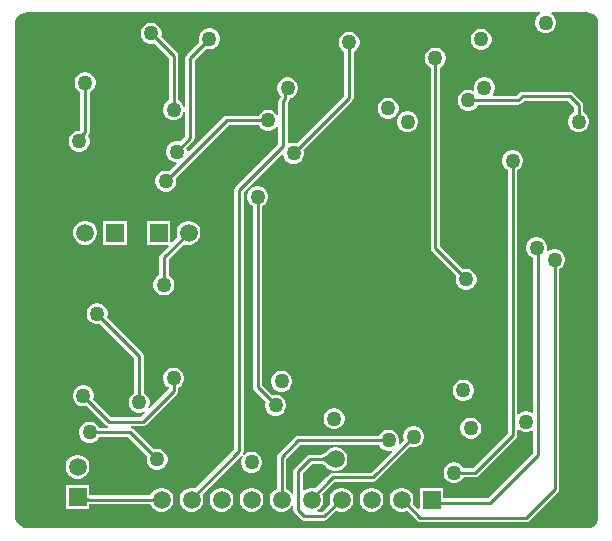
<source format=gbl>
G04*
G04 #@! TF.GenerationSoftware,Altium Limited,Altium Designer,22.8.2 (66)*
G04*
G04 Layer_Physical_Order=4*
G04 Layer_Color=16711680*
%FSLAX44Y44*%
%MOMM*%
G71*
G04*
G04 #@! TF.SameCoordinates,219079CE-D9F2-4F20-8337-977AF1FC8BC2*
G04*
G04*
G04 #@! TF.FilePolarity,Positive*
G04*
G01*
G75*
%ADD13C,0.2540*%
%ADD37R,1.5000X1.5000*%
%ADD38C,1.5000*%
%ADD39C,1.5240*%
%ADD40R,1.5000X1.5000*%
%ADD41C,1.2700*%
G36*
X15112Y440615D02*
X448339D01*
X448679Y439345D01*
X448229Y439085D01*
X447931Y438914D01*
X446276Y437259D01*
X445106Y435231D01*
X444500Y432970D01*
Y430630D01*
X445106Y428369D01*
X446276Y426341D01*
X447931Y424686D01*
X449959Y423516D01*
X452220Y422910D01*
X454560D01*
X456821Y423516D01*
X458849Y424686D01*
X460504Y426341D01*
X461674Y428369D01*
X462280Y430630D01*
Y432970D01*
X461674Y435231D01*
X460504Y437259D01*
X458849Y438914D01*
X458101Y439345D01*
X458441Y440615D01*
X488642D01*
X488720Y440631D01*
X491010Y440330D01*
X493217Y439416D01*
X495112Y437962D01*
X496566Y436067D01*
X497480Y433860D01*
X497781Y431570D01*
X497765Y431492D01*
X497765Y13008D01*
X497781Y12930D01*
X497480Y10640D01*
X496566Y8433D01*
X495112Y6539D01*
X493217Y5084D01*
X491010Y4171D01*
X488720Y3869D01*
X488642Y3885D01*
X15112D01*
X14978Y3858D01*
X12194Y4225D01*
X9476Y5351D01*
X7142Y7142D01*
X5351Y9476D01*
X4225Y12194D01*
X3858Y14978D01*
X3885Y15112D01*
X3885Y429388D01*
X3858Y429522D01*
X4225Y432305D01*
X5351Y435024D01*
X7142Y437358D01*
X9476Y439149D01*
X12194Y440275D01*
X14978Y440642D01*
X15112Y440615D01*
D02*
G37*
%LPC*%
G36*
X399950Y426720D02*
X397610D01*
X395349Y426114D01*
X393321Y424944D01*
X391666Y423289D01*
X390496Y421261D01*
X389890Y419000D01*
Y416660D01*
X390496Y414399D01*
X391666Y412371D01*
X393321Y410716D01*
X395349Y409546D01*
X397610Y408940D01*
X399950D01*
X402211Y409546D01*
X404239Y410716D01*
X405894Y412371D01*
X407064Y414399D01*
X407670Y416660D01*
Y419000D01*
X407064Y421261D01*
X405894Y423289D01*
X404239Y424944D01*
X402211Y426114D01*
X399950Y426720D01*
D02*
G37*
G36*
X402869Y385574D02*
X400528D01*
X398267Y384968D01*
X396240Y383798D01*
X394585Y382142D01*
X393414Y380115D01*
X392809Y377854D01*
Y375513D01*
X392985Y374855D01*
X391977Y374082D01*
X391683Y374252D01*
X391387Y374423D01*
X389126Y375029D01*
X386786D01*
X384524Y374423D01*
X382497Y373252D01*
X380842Y371597D01*
X379672Y369570D01*
X379066Y367309D01*
Y364968D01*
X379672Y362707D01*
X380842Y360680D01*
X382497Y359025D01*
X384524Y357854D01*
X386786Y357249D01*
X389126D01*
X391387Y357854D01*
X393414Y359025D01*
X395070Y360680D01*
X395978Y362254D01*
X430492D01*
X431978Y362550D01*
X433239Y363392D01*
X435532Y365685D01*
X472101D01*
X477445Y360341D01*
Y356002D01*
X475871Y355093D01*
X474216Y353438D01*
X473046Y351411D01*
X472440Y349150D01*
Y346809D01*
X473046Y344548D01*
X474216Y342521D01*
X475871Y340866D01*
X477899Y339695D01*
X480160Y339090D01*
X482500D01*
X484761Y339695D01*
X486789Y340866D01*
X488444Y342521D01*
X489614Y344548D01*
X490220Y346809D01*
Y349150D01*
X489614Y351411D01*
X488444Y353438D01*
X486789Y355093D01*
X485215Y356002D01*
Y361950D01*
X484919Y363437D01*
X484077Y364697D01*
X476457Y372317D01*
X475197Y373159D01*
X473710Y373455D01*
X433923D01*
X432437Y373159D01*
X431176Y372317D01*
X428883Y370023D01*
X409270D01*
X409022Y370622D01*
X408852Y371293D01*
X409983Y373252D01*
X410589Y375513D01*
Y377854D01*
X409983Y380115D01*
X408812Y382142D01*
X407157Y383798D01*
X405130Y384968D01*
X402869Y385574D01*
D02*
G37*
G36*
X321210Y368300D02*
X318870D01*
X316609Y367694D01*
X314581Y366524D01*
X312926Y364869D01*
X311756Y362841D01*
X311150Y360580D01*
Y358240D01*
X311756Y355979D01*
X312926Y353951D01*
X314581Y352296D01*
X316609Y351126D01*
X318870Y350520D01*
X321210D01*
X323471Y351126D01*
X325499Y352296D01*
X327154Y353951D01*
X328324Y355979D01*
X328930Y358240D01*
Y360580D01*
X328324Y362841D01*
X327154Y364869D01*
X325499Y366524D01*
X323471Y367694D01*
X321210Y368300D01*
D02*
G37*
G36*
X337720Y356870D02*
X335380D01*
X333119Y356264D01*
X331091Y355094D01*
X329436Y353439D01*
X328266Y351411D01*
X327660Y349150D01*
Y346810D01*
X328266Y344549D01*
X329436Y342521D01*
X331091Y340866D01*
X333119Y339696D01*
X335380Y339090D01*
X337720D01*
X339981Y339696D01*
X342009Y340866D01*
X343664Y342521D01*
X344834Y344549D01*
X345440Y346810D01*
Y349150D01*
X344834Y351411D01*
X343664Y353439D01*
X342009Y355094D01*
X339981Y356264D01*
X337720Y356870D01*
D02*
G37*
G36*
X64670Y389890D02*
X62330D01*
X60069Y389284D01*
X58041Y388114D01*
X56386Y386459D01*
X55216Y384431D01*
X54610Y382170D01*
Y379830D01*
X55216Y377569D01*
X56386Y375541D01*
X58041Y373886D01*
X59615Y372977D01*
Y340908D01*
X59067Y340360D01*
X57250D01*
X54989Y339754D01*
X52961Y338584D01*
X51306Y336929D01*
X50136Y334901D01*
X49530Y332640D01*
Y330300D01*
X50136Y328039D01*
X51306Y326011D01*
X52961Y324356D01*
X54989Y323186D01*
X57250Y322580D01*
X59590D01*
X61851Y323186D01*
X63879Y324356D01*
X65534Y326011D01*
X66704Y328039D01*
X67310Y330300D01*
Y332640D01*
X66704Y334901D01*
X65932Y336238D01*
X66247Y336552D01*
X67089Y337813D01*
X67385Y339299D01*
Y372977D01*
X68959Y373886D01*
X70614Y375541D01*
X71784Y377569D01*
X72390Y379830D01*
Y382170D01*
X71784Y384431D01*
X70614Y386459D01*
X68959Y388114D01*
X66931Y389284D01*
X64670Y389890D01*
D02*
G37*
G36*
X120550Y431800D02*
X118210D01*
X115949Y431194D01*
X113921Y430024D01*
X112266Y428369D01*
X111096Y426341D01*
X110490Y424080D01*
Y421740D01*
X111096Y419479D01*
X112266Y417451D01*
X113921Y415796D01*
X115949Y414626D01*
X118210Y414020D01*
X120550D01*
X122306Y414490D01*
X134545Y402251D01*
Y366162D01*
X132971Y365254D01*
X131316Y363599D01*
X130146Y361571D01*
X129540Y359310D01*
Y356970D01*
X130146Y354709D01*
X131316Y352681D01*
X132971Y351026D01*
X134999Y349856D01*
X137260Y349250D01*
X139600D01*
X141861Y349856D01*
X143889Y351026D01*
X145544Y352681D01*
X146714Y354709D01*
X147245Y356691D01*
X148515Y356524D01*
Y355519D01*
Y335619D01*
X143896Y331000D01*
X142140Y331470D01*
X139800D01*
X137539Y330864D01*
X135511Y329694D01*
X133856Y328039D01*
X132686Y326011D01*
X132080Y323750D01*
Y321410D01*
X132686Y319149D01*
X133856Y317121D01*
X135511Y315466D01*
X137539Y314296D01*
X139800Y313690D01*
X140538D01*
X141064Y312420D01*
X140804Y312160D01*
D01*
X134752Y306108D01*
X132996Y306578D01*
X130656D01*
X128395Y305972D01*
X126367Y304802D01*
X124712Y303147D01*
X123542Y301119D01*
X122936Y298858D01*
Y296518D01*
X123542Y294257D01*
X124712Y292229D01*
X126367Y290574D01*
X128395Y289404D01*
X130656Y288798D01*
X132996D01*
X135257Y289404D01*
X137285Y290574D01*
X138940Y292229D01*
X140110Y294257D01*
X140716Y296518D01*
Y298858D01*
X140246Y300614D01*
X184997Y345365D01*
X210417D01*
X211326Y343791D01*
X212981Y342136D01*
X215009Y340966D01*
X217270Y340360D01*
X219610D01*
X221871Y340966D01*
X223899Y342136D01*
X225554Y343791D01*
X225985Y344539D01*
X227255Y344199D01*
Y343679D01*
Y329269D01*
X191148Y293162D01*
X190306Y291901D01*
X190010Y290415D01*
Y70491D01*
X156969Y37450D01*
X154992Y37980D01*
X152348D01*
X149795Y37296D01*
X147505Y35974D01*
X145636Y34105D01*
X144314Y31815D01*
X143630Y29262D01*
Y26618D01*
X144314Y24065D01*
X145636Y21775D01*
X147505Y19906D01*
X149795Y18584D01*
X152348Y17900D01*
X154992D01*
X157545Y18584D01*
X159835Y19906D01*
X161704Y21775D01*
X163026Y24065D01*
X163710Y26618D01*
Y29262D01*
X163026Y31815D01*
X162768Y32262D01*
X195500Y64994D01*
D01*
X195999Y65492D01*
X196210Y65704D01*
X197227Y64924D01*
X197050Y64619D01*
X196724Y64054D01*
D01*
X196186Y63121D01*
X195580Y60860D01*
Y58520D01*
X196186Y56259D01*
X197356Y54231D01*
X199011Y52576D01*
X201039Y51406D01*
X203300Y50800D01*
X205640D01*
X207901Y51406D01*
X209929Y52576D01*
X211584Y54231D01*
X212754Y56259D01*
X213360Y58520D01*
Y60860D01*
X212754Y63121D01*
X211584Y65149D01*
X209929Y66804D01*
X207901Y67974D01*
X205640Y68580D01*
X203300D01*
X201039Y67974D01*
X199011Y66804D01*
X198757Y66549D01*
D01*
X198051Y65843D01*
X197819Y65612D01*
X196833Y66421D01*
X197012Y66690D01*
X197484Y67396D01*
X197495Y67451D01*
D01*
X197780Y68882D01*
Y288806D01*
X229967Y320993D01*
X231140Y320507D01*
Y320140D01*
X231169Y320032D01*
X231746Y317879D01*
X232916Y315851D01*
X234571Y314196D01*
X236599Y313026D01*
X238860Y312420D01*
X241200D01*
X243461Y313026D01*
X245489Y314196D01*
X247144Y315851D01*
X248314Y317879D01*
X248920Y320140D01*
Y322480D01*
X248450Y324236D01*
X289767Y365553D01*
X290609Y366813D01*
X290905Y368300D01*
Y407267D01*
X292479Y408176D01*
X294134Y409831D01*
X295304Y411859D01*
X295910Y414120D01*
Y416460D01*
X295304Y418721D01*
X294134Y420749D01*
X292479Y422404D01*
X290451Y423574D01*
X288190Y424180D01*
X285850D01*
X283589Y423574D01*
X281561Y422404D01*
X279906Y420749D01*
X278736Y418721D01*
X278130Y416460D01*
Y414120D01*
X278736Y411859D01*
X279906Y409831D01*
X281561Y408176D01*
X283135Y407267D01*
Y369909D01*
X242956Y329730D01*
X241200Y330200D01*
X238860D01*
X236599Y329594D01*
X236350Y329450D01*
X236124Y329320D01*
X235025Y329955D01*
Y330215D01*
Y363461D01*
X235753Y364189D01*
X236595Y365449D01*
X236891Y366936D01*
Y367816D01*
X238381Y368216D01*
X240409Y369386D01*
X242064Y371041D01*
X243234Y373069D01*
X243840Y375330D01*
Y377670D01*
X243234Y379931D01*
X242064Y381959D01*
X240409Y383614D01*
X238381Y384784D01*
X236120Y385390D01*
X233780D01*
X231519Y384784D01*
X229491Y383614D01*
X227836Y381959D01*
X226666Y379931D01*
X226060Y377670D01*
Y375330D01*
X226666Y373069D01*
X227836Y371041D01*
X229121Y369756D01*
Y368545D01*
X228393Y367817D01*
X227551Y366557D01*
X227255Y365070D01*
Y354301D01*
X225985Y353961D01*
X225554Y354709D01*
X223899Y356364D01*
X221871Y357534D01*
X219610Y358140D01*
X217270D01*
X215009Y357534D01*
X212981Y356364D01*
X211326Y354709D01*
X210417Y353135D01*
X183388D01*
X181901Y352839D01*
X180641Y351997D01*
X180055Y351411D01*
X151656Y323012D01*
X151390Y322746D01*
X151130Y322486D01*
X149860Y323012D01*
Y323380D01*
Y323750D01*
X149390Y325506D01*
X155147Y331263D01*
X155989Y332523D01*
X156285Y334010D01*
Y400094D01*
X165854Y409663D01*
X167609Y409193D01*
X169950D01*
X172211Y409799D01*
X174238Y410969D01*
X175893Y412624D01*
X177064Y414652D01*
X177669Y416913D01*
Y419253D01*
X177064Y421514D01*
X175893Y423542D01*
X174238Y425197D01*
X172211Y426367D01*
X169950Y426973D01*
X167609D01*
X165348Y426367D01*
X163321Y425197D01*
X161666Y423542D01*
X160495Y421514D01*
X159889Y419253D01*
Y416913D01*
X160360Y415157D01*
X149653Y404450D01*
X148811Y403190D01*
X148515Y401703D01*
Y359756D01*
X147245Y359589D01*
X146985Y360559D01*
X146714Y361571D01*
X145544Y363599D01*
X143889Y365254D01*
X142315Y366162D01*
Y403860D01*
X142019Y405347D01*
X141177Y406607D01*
X127800Y419984D01*
X128270Y421740D01*
Y424080D01*
X127664Y426341D01*
X126494Y428369D01*
X124839Y430024D01*
X122811Y431194D01*
X120550Y431800D01*
D02*
G37*
G36*
X152452Y264040D02*
X149808D01*
X147255Y263356D01*
X144965Y262034D01*
X143096Y260165D01*
X141774Y257875D01*
X141090Y255322D01*
Y252678D01*
X141771Y250135D01*
X136943Y245307D01*
X135770Y245793D01*
Y246133D01*
Y264040D01*
X115690D01*
Y243960D01*
X133937D01*
X134423Y242787D01*
X134183Y242547D01*
X127555Y235919D01*
X126713Y234659D01*
X126417Y233172D01*
Y217826D01*
X124843Y216918D01*
X123188Y215263D01*
X122018Y213235D01*
X121412Y210974D01*
Y208634D01*
X122018Y206373D01*
X123188Y204345D01*
X124843Y202690D01*
X126871Y201520D01*
X129132Y200914D01*
X131472D01*
X133733Y201520D01*
X135761Y202690D01*
X137416Y204345D01*
X138586Y206373D01*
X139192Y208634D01*
Y210974D01*
X138586Y213235D01*
X137416Y215263D01*
X135761Y216918D01*
X134187Y217826D01*
Y231563D01*
X147265Y244641D01*
X149808Y243960D01*
X152452D01*
X155005Y244644D01*
X157295Y245966D01*
X159164Y247835D01*
X160486Y250125D01*
X161170Y252678D01*
Y255322D01*
X160486Y257875D01*
X159164Y260165D01*
X157295Y262034D01*
X155005Y263356D01*
X152452Y264040D01*
D02*
G37*
G36*
X98940D02*
X78860D01*
Y243960D01*
X98940D01*
Y264040D01*
D02*
G37*
G36*
X64822D02*
X62178D01*
X59625Y263356D01*
X57335Y262034D01*
X55466Y260165D01*
X54144Y257875D01*
X53460Y255322D01*
Y252678D01*
X54144Y250125D01*
X55466Y247835D01*
X57335Y245966D01*
X59625Y244644D01*
X62178Y243960D01*
X64822D01*
X67375Y244644D01*
X69665Y245966D01*
X71534Y247835D01*
X72856Y250125D01*
X73540Y252678D01*
Y255322D01*
X72856Y257875D01*
X71534Y260165D01*
X69665Y262034D01*
X67375Y263356D01*
X64822Y264040D01*
D02*
G37*
G36*
X361079Y410717D02*
X358739D01*
X356477Y410111D01*
X354450Y408941D01*
X352795Y407286D01*
X351625Y405258D01*
X351019Y402997D01*
Y400657D01*
X351625Y398396D01*
X352795Y396368D01*
X354450Y394713D01*
X356024Y393805D01*
Y240801D01*
X356320Y239315D01*
X357162Y238054D01*
X377660Y217556D01*
X377190Y215800D01*
Y213460D01*
X377796Y211199D01*
X378966Y209171D01*
X380621Y207516D01*
X382649Y206346D01*
X384910Y205740D01*
X387250D01*
X389511Y206346D01*
X391539Y207516D01*
X393194Y209171D01*
X394364Y211199D01*
X394970Y213460D01*
Y215800D01*
X394364Y218061D01*
X393194Y220089D01*
X391539Y221744D01*
X389511Y222914D01*
X387250Y223520D01*
X384910D01*
X383154Y223050D01*
X363793Y242410D01*
Y393805D01*
X365367Y394713D01*
X367023Y396368D01*
X368193Y398396D01*
X368799Y400657D01*
Y402997D01*
X368193Y405258D01*
X367023Y407286D01*
X365367Y408941D01*
X363340Y410111D01*
X361079Y410717D01*
D02*
G37*
G36*
X231040Y137160D02*
X228700D01*
X226439Y136554D01*
X224411Y135384D01*
X222756Y133729D01*
X221586Y131701D01*
X220980Y129440D01*
Y127100D01*
X221586Y124839D01*
X222756Y122811D01*
X224411Y121156D01*
X226439Y119986D01*
X228700Y119380D01*
X231040D01*
X233301Y119986D01*
X235329Y121156D01*
X236984Y122811D01*
X238154Y124839D01*
X238760Y127100D01*
Y129440D01*
X238154Y131701D01*
X236984Y133729D01*
X235329Y135384D01*
X233301Y136554D01*
X231040Y137160D01*
D02*
G37*
G36*
X384787Y129463D02*
X382447D01*
X380186Y128857D01*
X378159Y127687D01*
X376503Y126031D01*
X375333Y124004D01*
X374727Y121743D01*
Y119403D01*
X375333Y117141D01*
X376503Y115114D01*
X378159Y113459D01*
X380186Y112289D01*
X382447Y111683D01*
X384787D01*
X387049Y112289D01*
X389076Y113459D01*
X390731Y115114D01*
X391901Y117141D01*
X392507Y119403D01*
Y121743D01*
X391901Y124004D01*
X390731Y126031D01*
X389076Y127687D01*
X387049Y128857D01*
X384787Y129463D01*
D02*
G37*
G36*
X210720Y293370D02*
X208380D01*
X206119Y292764D01*
X204091Y291594D01*
X202436Y289939D01*
X201266Y287911D01*
X200660Y285650D01*
Y283310D01*
X201266Y281049D01*
X202436Y279021D01*
X204091Y277366D01*
X205665Y276458D01*
Y123190D01*
X205961Y121703D01*
X206803Y120443D01*
X216370Y110876D01*
X215900Y109120D01*
Y106780D01*
X216506Y104519D01*
X217676Y102491D01*
X219331Y100836D01*
X221359Y99666D01*
X223620Y99060D01*
X225960D01*
X228221Y99666D01*
X230249Y100836D01*
X231904Y102491D01*
X233074Y104519D01*
X233680Y106780D01*
Y109120D01*
X233074Y111381D01*
X231904Y113409D01*
X230249Y115064D01*
X228221Y116234D01*
X225960Y116840D01*
X223620D01*
X221864Y116370D01*
X213435Y124799D01*
Y276458D01*
X215009Y277366D01*
X216664Y279021D01*
X217834Y281049D01*
X218440Y283310D01*
Y285650D01*
X217834Y287911D01*
X216664Y289939D01*
X215009Y291594D01*
X212981Y292764D01*
X210720Y293370D01*
D02*
G37*
G36*
X74830Y194310D02*
X72490D01*
X70229Y193704D01*
X68201Y192534D01*
X66546Y190879D01*
X65376Y188851D01*
X64770Y186590D01*
Y184250D01*
X65376Y181989D01*
X66546Y179961D01*
X68201Y178306D01*
X70229Y177136D01*
X72490Y176530D01*
X74830D01*
X76586Y177000D01*
X105335Y148251D01*
Y118512D01*
X103761Y117604D01*
X102106Y115949D01*
X100936Y113921D01*
X100330Y111660D01*
Y109320D01*
X100936Y107059D01*
X102106Y105031D01*
X103761Y103376D01*
X105789Y102206D01*
X108050Y101600D01*
X110390D01*
X112651Y102206D01*
X112819Y102303D01*
X112829Y102309D01*
D01*
X113699Y102811D01*
X114479Y101795D01*
X113769Y101084D01*
X110549Y97865D01*
X85527D01*
X70483Y112909D01*
X70953Y114664D01*
Y117005D01*
X70347Y119266D01*
X69177Y121293D01*
X67522Y122948D01*
X65494Y124119D01*
X63233Y124725D01*
X60893D01*
X58632Y124119D01*
X56604Y122948D01*
X54949Y121293D01*
X53779Y119266D01*
X53173Y117005D01*
Y114664D01*
X53779Y112403D01*
X54949Y110376D01*
X56604Y108721D01*
X58632Y107550D01*
X60893Y106945D01*
X63233D01*
X64989Y107415D01*
X81171Y91233D01*
X82431Y90391D01*
X83167Y90245D01*
X83042Y88975D01*
X75332D01*
X74424Y90549D01*
X72769Y92204D01*
X70741Y93374D01*
X68480Y93980D01*
X66140D01*
X63879Y93374D01*
X61851Y92204D01*
X60196Y90549D01*
X59026Y88521D01*
X58420Y86260D01*
Y83920D01*
X59026Y81659D01*
X60196Y79631D01*
X61851Y77976D01*
X63879Y76806D01*
X66140Y76200D01*
X68480D01*
X70741Y76806D01*
X72769Y77976D01*
X74424Y79631D01*
X75332Y81205D01*
X99991D01*
X116040Y65156D01*
X115570Y63400D01*
Y61060D01*
X116176Y58799D01*
X117346Y56771D01*
X119001Y55116D01*
X121029Y53946D01*
X123290Y53340D01*
X125630D01*
X127891Y53946D01*
X129919Y55116D01*
X131574Y56771D01*
X132744Y58799D01*
X133350Y61060D01*
Y63400D01*
X132744Y65661D01*
X131574Y67689D01*
X129919Y69344D01*
X127891Y70514D01*
X125630Y71120D01*
X123290D01*
X121534Y70650D01*
X104347Y87837D01*
D01*
X103087Y88679D01*
X102351Y88825D01*
X102476Y90095D01*
X112158D01*
X113645Y90391D01*
X114905Y91233D01*
X141177Y117505D01*
X142019Y118765D01*
X142315Y120252D01*
Y122788D01*
X143889Y123696D01*
X145544Y125351D01*
X146714Y127379D01*
X147320Y129640D01*
Y131980D01*
X146714Y134241D01*
X145544Y136269D01*
X143889Y137924D01*
X141861Y139094D01*
X139600Y139700D01*
X137260D01*
X134999Y139094D01*
X132971Y137924D01*
X131316Y136269D01*
X130146Y134241D01*
X129540Y131980D01*
Y129640D01*
X130146Y127379D01*
X131316Y125351D01*
X132971Y123696D01*
X134199Y122987D01*
X134319Y121634D01*
X117915Y105231D01*
X116899Y106011D01*
X117504Y107059D01*
X118110Y109320D01*
Y111660D01*
X117504Y113921D01*
X116334Y115949D01*
X114679Y117604D01*
X113105Y118512D01*
Y149860D01*
X112809Y151347D01*
X111967Y152607D01*
X82080Y182494D01*
X82550Y184250D01*
Y186590D01*
X81944Y188851D01*
X80774Y190879D01*
X79119Y192534D01*
X77091Y193704D01*
X74830Y194310D01*
D02*
G37*
G36*
X275490Y105410D02*
X273150D01*
X270889Y104804D01*
X268861Y103634D01*
X267206Y101979D01*
X266036Y99951D01*
X265430Y97690D01*
Y95350D01*
X266036Y93089D01*
X267206Y91061D01*
X268861Y89406D01*
X270889Y88236D01*
X273150Y87630D01*
X275490D01*
X277751Y88236D01*
X279779Y89406D01*
X281434Y91061D01*
X282604Y93089D01*
X283210Y95350D01*
Y97690D01*
X282604Y99951D01*
X281434Y101979D01*
X279779Y103634D01*
X277751Y104804D01*
X275490Y105410D01*
D02*
G37*
G36*
X391368Y97441D02*
X389027D01*
X386766Y96835D01*
X384739Y95664D01*
X383084Y94009D01*
X381913Y91982D01*
X381307Y89721D01*
Y87380D01*
X381913Y85119D01*
X383084Y83092D01*
X384739Y81437D01*
X386766Y80266D01*
X389027Y79661D01*
X391368D01*
X393629Y80266D01*
X395656Y81437D01*
X397311Y83092D01*
X398481Y85119D01*
X399087Y87380D01*
Y89721D01*
X398481Y91982D01*
X397311Y94009D01*
X395656Y95664D01*
X393629Y96835D01*
X391368Y97441D01*
D02*
G37*
G36*
X342800Y90170D02*
X340460D01*
X338199Y89564D01*
X336171Y88394D01*
X334516Y86739D01*
X333346Y84711D01*
X332740Y82450D01*
Y80110D01*
X333210Y78354D01*
X330326Y75470D01*
X329188Y76128D01*
X329322Y76630D01*
X329438Y77062D01*
Y79402D01*
X328832Y81663D01*
X327662Y83691D01*
X326007Y85346D01*
X323979Y86516D01*
X321718Y87122D01*
X319378D01*
X317117Y86516D01*
X315089Y85346D01*
X313434Y83691D01*
X312526Y82117D01*
X243840D01*
X242353Y81821D01*
X241093Y80979D01*
X227123Y67009D01*
X226281Y65749D01*
X225985Y64262D01*
Y37290D01*
X223705Y35974D01*
X221836Y34105D01*
X220514Y31815D01*
X219830Y29262D01*
Y26618D01*
X220514Y24065D01*
X221836Y21775D01*
X223705Y19906D01*
X225995Y18584D01*
X228548Y17900D01*
X231192D01*
X233745Y18584D01*
X236035Y19906D01*
X237904Y21775D01*
X238685Y23129D01*
X239955Y22788D01*
Y22268D01*
Y19050D01*
X240251Y17563D01*
X241093Y16303D01*
X246173Y11223D01*
X247433Y10381D01*
X248920Y10085D01*
X265983D01*
X267469Y10381D01*
X268730Y11223D01*
X276348Y18842D01*
X276795Y18584D01*
X279348Y17900D01*
X281992D01*
X284545Y18584D01*
X286835Y19906D01*
X288704Y21775D01*
X290026Y24065D01*
X290710Y26618D01*
Y29262D01*
X290026Y31815D01*
X288704Y34105D01*
X286835Y35974D01*
X284545Y37296D01*
X281992Y37980D01*
X279348D01*
X276795Y37296D01*
X274505Y35974D01*
X272636Y34105D01*
X271314Y31815D01*
X270630Y29262D01*
Y26618D01*
X271160Y24641D01*
X264374Y17855D01*
X260422D01*
X260081Y19125D01*
X261435Y19906D01*
X263304Y21775D01*
X264626Y24065D01*
X265310Y26618D01*
Y29262D01*
X264626Y31815D01*
X264368Y32262D01*
X273810Y41703D01*
X273810Y41703D01*
X275212Y43105D01*
X307340D01*
X308827Y43401D01*
X310087Y44243D01*
X338704Y72860D01*
X340460Y72390D01*
X342800D01*
X345061Y72996D01*
X347089Y74166D01*
X348744Y75821D01*
X349914Y77849D01*
X350520Y80110D01*
Y82450D01*
X349914Y84711D01*
X348744Y86739D01*
X347089Y88394D01*
X345061Y89564D01*
X342800Y90170D01*
D02*
G37*
G36*
X58472Y65920D02*
X55828D01*
X53275Y65236D01*
X50985Y63914D01*
X49116Y62045D01*
X47794Y59755D01*
X47110Y57202D01*
Y54558D01*
X47794Y52005D01*
X49116Y49715D01*
X50985Y47846D01*
X53275Y46524D01*
X55828Y45840D01*
X58472D01*
X61025Y46524D01*
X63315Y47846D01*
X65184Y49715D01*
X66506Y52005D01*
X67190Y54558D01*
Y57202D01*
X66506Y59755D01*
X65184Y62045D01*
X63315Y63914D01*
X61025Y65236D01*
X58472Y65920D01*
D02*
G37*
G36*
X426620Y323850D02*
X424280D01*
X422019Y323244D01*
X419991Y322074D01*
X418336Y320419D01*
X417166Y318391D01*
X416560Y316130D01*
Y313790D01*
X417166Y311529D01*
X418336Y309501D01*
X419991Y307846D01*
X421565Y306938D01*
Y84159D01*
X392091Y54685D01*
X383942D01*
X383034Y56259D01*
X381379Y57914D01*
X379351Y59084D01*
X377090Y59690D01*
X374750D01*
X372489Y59084D01*
X370461Y57914D01*
X368806Y56259D01*
X367636Y54231D01*
X367030Y51970D01*
Y49630D01*
X367636Y47369D01*
X368806Y45341D01*
X370461Y43686D01*
X372489Y42516D01*
X374750Y41910D01*
X377090D01*
X379351Y42516D01*
X381379Y43686D01*
X383034Y45341D01*
X383942Y46915D01*
X393700D01*
X395187Y47211D01*
X396447Y48053D01*
X428197Y79803D01*
X429039Y81063D01*
X429335Y82550D01*
Y86789D01*
Y87157D01*
X430605Y87683D01*
X430865Y87423D01*
X431421Y86866D01*
X433449Y85696D01*
X435710Y85090D01*
X438050D01*
X440311Y85696D01*
X441923Y86626D01*
X443193Y86052D01*
Y85657D01*
Y67687D01*
X404791Y29285D01*
X366910D01*
Y37980D01*
X346830D01*
Y20450D01*
X345657Y19964D01*
X345416Y20205D01*
X340980Y24641D01*
X341510Y26618D01*
Y29262D01*
X340826Y31815D01*
X339504Y34105D01*
X337635Y35974D01*
X335345Y37296D01*
X332792Y37980D01*
X330148D01*
X327595Y37296D01*
X325305Y35974D01*
X323436Y34105D01*
X322114Y31815D01*
X321430Y29262D01*
Y26618D01*
X322114Y24065D01*
X323436Y21775D01*
X325305Y19906D01*
X327595Y18584D01*
X330148Y17900D01*
X332792D01*
X335345Y18584D01*
X335792Y18842D01*
X344680Y9953D01*
X345941Y9111D01*
X347427Y8815D01*
X436880D01*
X438367Y9111D01*
X439627Y9953D01*
X463757Y34083D01*
X464599Y35343D01*
X464895Y36830D01*
Y223118D01*
X466469Y224026D01*
X468124Y225681D01*
X469294Y227709D01*
X469900Y229970D01*
Y232310D01*
X469294Y234571D01*
X468124Y236599D01*
X466469Y238254D01*
X464441Y239424D01*
X462180Y240030D01*
X459840D01*
X457579Y239424D01*
X455551Y238254D01*
X455443Y238146D01*
X454305Y238803D01*
X454660Y240130D01*
Y242470D01*
X454054Y244731D01*
X452884Y246759D01*
X451229Y248414D01*
X449201Y249584D01*
X446940Y250190D01*
X444600D01*
X442339Y249584D01*
X440311Y248414D01*
X438656Y246759D01*
X437486Y244731D01*
X436880Y242470D01*
Y240130D01*
X437486Y237869D01*
X438656Y235841D01*
X440311Y234186D01*
X442339Y233016D01*
X443193Y232787D01*
Y101908D01*
X441923Y101334D01*
X441663Y101484D01*
X440311Y102264D01*
X438050Y102870D01*
X435710D01*
X433449Y102264D01*
X431421Y101094D01*
X430865Y100537D01*
X430605Y100277D01*
X429335Y100803D01*
Y101171D01*
Y306938D01*
X430909Y307846D01*
X432564Y309501D01*
X433734Y311529D01*
X434340Y313790D01*
Y316130D01*
X433734Y318391D01*
X432564Y320419D01*
X430909Y322074D01*
X428881Y323244D01*
X426620Y323850D01*
D02*
G37*
G36*
X307392Y37980D02*
X304748D01*
X302195Y37296D01*
X299905Y35974D01*
X298036Y34105D01*
X296714Y31815D01*
X296030Y29262D01*
Y26618D01*
X296714Y24065D01*
X298036Y21775D01*
X299905Y19906D01*
X302195Y18584D01*
X304748Y17900D01*
X307392D01*
X309945Y18584D01*
X312235Y19906D01*
X314104Y21775D01*
X315426Y24065D01*
X316110Y26618D01*
Y29262D01*
X315426Y31815D01*
X314104Y34105D01*
X312235Y35974D01*
X309945Y37296D01*
X307392Y37980D01*
D02*
G37*
G36*
X205792D02*
X203148D01*
X200595Y37296D01*
X198305Y35974D01*
X196436Y34105D01*
X195114Y31815D01*
X194430Y29262D01*
Y26618D01*
X195114Y24065D01*
X196436Y21775D01*
X198305Y19906D01*
X200595Y18584D01*
X203148Y17900D01*
X205792D01*
X208345Y18584D01*
X210635Y19906D01*
X212504Y21775D01*
X213826Y24065D01*
X214510Y26618D01*
Y29262D01*
X213826Y31815D01*
X212504Y34105D01*
X210635Y35974D01*
X208345Y37296D01*
X205792Y37980D01*
D02*
G37*
G36*
X180392D02*
X177748D01*
X175195Y37296D01*
X172905Y35974D01*
X171036Y34105D01*
X169714Y31815D01*
X169030Y29262D01*
Y26618D01*
X169714Y24065D01*
X171036Y21775D01*
X172905Y19906D01*
X175195Y18584D01*
X177748Y17900D01*
X180392D01*
X182945Y18584D01*
X185235Y19906D01*
X187104Y21775D01*
X188426Y24065D01*
X189110Y26618D01*
Y29262D01*
X188426Y31815D01*
X187104Y34105D01*
X185235Y35974D01*
X182945Y37296D01*
X180392Y37980D01*
D02*
G37*
G36*
X67190Y40520D02*
X47110D01*
Y20440D01*
X67190D01*
Y24055D01*
X118920D01*
X120236Y21775D01*
X122105Y19906D01*
X124395Y18584D01*
X126948Y17900D01*
X129592D01*
X132145Y18584D01*
X134435Y19906D01*
X136304Y21775D01*
X137626Y24065D01*
X138310Y26618D01*
Y29262D01*
X137626Y31815D01*
X136304Y34105D01*
X134435Y35974D01*
X132145Y37296D01*
X129592Y37980D01*
X126948D01*
X124395Y37296D01*
X122105Y35974D01*
X120236Y34105D01*
X118920Y31825D01*
X67190D01*
Y40520D01*
D02*
G37*
%LPD*%
G36*
X270234Y56980D02*
X269466Y57736D01*
X268007Y59010D01*
X267316Y59527D01*
X266649Y59965D01*
X266008Y60323D01*
X265393Y60602D01*
X264803Y60801D01*
X264238Y60920D01*
X263698Y60960D01*
Y63500D01*
X264238Y63540D01*
X264803Y63659D01*
X265393Y63858D01*
X266008Y64137D01*
X266649Y64495D01*
X267316Y64933D01*
X268007Y65450D01*
X269466Y66724D01*
X270234Y67480D01*
Y56980D01*
D02*
G37*
G36*
X313434Y72773D02*
X315089Y71118D01*
X317117Y69948D01*
X319378Y69342D01*
X321718D01*
X322150Y69458D01*
X322653Y69592D01*
X323310Y68454D01*
X305731Y50875D01*
X273603D01*
X272116Y50579D01*
X270856Y49737D01*
X268316Y47197D01*
X268316Y47197D01*
X258569Y37450D01*
X256592Y37980D01*
X253948D01*
X251395Y37296D01*
X249105Y35974D01*
X248898Y35767D01*
X247725Y36253D01*
Y50461D01*
X255609Y58345D01*
X263897D01*
X264119Y58298D01*
X264443Y58189D01*
X264841Y58009D01*
X265305Y57750D01*
X265828Y57406D01*
X266378Y56995D01*
X267705Y55837D01*
X268416Y55135D01*
X268620Y55001D01*
X269425Y54196D01*
X271715Y52874D01*
X274268Y52190D01*
X276912D01*
X279465Y52874D01*
X281755Y54196D01*
X283624Y56065D01*
X284946Y58355D01*
X285630Y60908D01*
Y63552D01*
X284946Y66105D01*
X283624Y68395D01*
X281755Y70264D01*
X279465Y71586D01*
X276912Y72270D01*
X274268D01*
X271715Y71586D01*
X269425Y70264D01*
X268620Y69459D01*
X268416Y69325D01*
X267704Y68623D01*
X266378Y67465D01*
X265828Y67054D01*
X265305Y66710D01*
X264841Y66451D01*
X264443Y66271D01*
X264119Y66162D01*
X263897Y66115D01*
X254000D01*
X252513Y65819D01*
X251253Y64977D01*
X241093Y54817D01*
X240251Y53557D01*
X239955Y52070D01*
Y33092D01*
X238685Y32751D01*
X238425Y33202D01*
X237904Y34105D01*
X236035Y35974D01*
X233755Y37290D01*
Y62653D01*
X245449Y74347D01*
X312526D01*
X313434Y72773D01*
D02*
G37*
G36*
X64615Y30239D02*
X64692Y30023D01*
X64820Y29832D01*
X65000Y29667D01*
X65232Y29527D01*
X65514Y29413D01*
X65849Y29324D01*
X66234Y29261D01*
X66671Y29223D01*
X67160Y29210D01*
Y26670D01*
X66671Y26657D01*
X66234Y26619D01*
X65849Y26556D01*
X65514Y26467D01*
X65232Y26353D01*
X65000Y26213D01*
X64820Y26048D01*
X64692Y25857D01*
X64615Y25641D01*
X64589Y25400D01*
Y30480D01*
X64615Y30239D01*
D02*
G37*
D13*
X233006Y366936D02*
Y374556D01*
X234950Y376500D01*
X231140Y327660D02*
Y365070D01*
X233006Y366936D01*
X287020Y368300D02*
Y415290D01*
X240030Y321310D02*
X287020Y368300D01*
X131826Y297688D02*
X183388Y349250D01*
X218440D01*
X430492Y366139D02*
X433923Y369570D01*
X473710D01*
X481330Y361950D01*
X387956Y366139D02*
X430492D01*
X359909Y240801D02*
X386080Y214630D01*
X447077Y66077D02*
Y239993D01*
X445770Y241300D02*
X447077Y239993D01*
X347427Y12700D02*
X436880D01*
X461010Y36830D02*
Y231140D01*
X436880Y12700D02*
X461010Y36830D01*
X406400Y25400D02*
X447077Y66077D01*
X393700Y50800D02*
X425450Y82550D01*
Y314960D01*
X243840Y78232D02*
X320548D01*
X229870Y64262D02*
X243840Y78232D01*
X375920Y50800D02*
X393700D01*
X356870Y27940D02*
X359410Y25400D01*
X406400D01*
X331470Y28657D02*
X347427Y12700D01*
X481330Y347980D02*
Y361950D01*
X52070Y30480D02*
X54610Y27940D01*
X128270D01*
X119380Y422910D02*
X138430Y403860D01*
Y358140D02*
Y403860D01*
X193895Y68882D02*
Y290415D01*
X153670Y28657D02*
X193895Y68882D01*
X83918Y93980D02*
X112158D01*
X62063Y115835D02*
X83918Y93980D01*
X152400Y401703D02*
X168779Y418083D01*
X140970Y322580D02*
X152400Y334010D01*
Y401703D01*
X255270Y28657D02*
X271063Y44450D01*
X273603Y46990D01*
X63500Y339299D02*
Y381000D01*
X58420Y334219D02*
X63500Y339299D01*
X58420Y331470D02*
Y334219D01*
X307340Y46990D02*
X341630Y81280D01*
X273603Y46990D02*
X307340D01*
X67310Y85090D02*
X101600D01*
X124460Y62230D01*
X109220Y110490D02*
Y149860D01*
X73660Y185420D02*
X109220Y149860D01*
X112158Y93980D02*
X138430Y120252D01*
Y130810D01*
X359909Y240801D02*
Y401827D01*
X209550Y123190D02*
X224790Y107950D01*
X209550Y123190D02*
Y284480D01*
X193895Y290415D02*
X231140Y327660D01*
X254000Y62230D02*
X275590D01*
X243840Y52070D02*
X254000Y62230D01*
X243840Y19050D02*
Y52070D01*
Y19050D02*
X248920Y13970D01*
X265983D01*
X280670Y28657D01*
X130302Y209804D02*
Y233172D01*
X151130Y254000D01*
X229870Y28657D02*
Y64262D01*
D37*
X356870Y27940D02*
D03*
X125730Y254000D02*
D03*
X88900D02*
D03*
X300990Y62230D02*
D03*
D38*
X331470Y27940D02*
D03*
X280670D02*
D03*
X255270D02*
D03*
X229870D02*
D03*
X204470D02*
D03*
X179070D02*
D03*
X153670D02*
D03*
X128270D02*
D03*
X306070D02*
D03*
X275590Y62230D02*
D03*
X151130Y254000D02*
D03*
X63500D02*
D03*
X57150Y55880D02*
D03*
D39*
X481330Y20320D02*
D03*
X21590Y21590D02*
D03*
X478790Y421640D02*
D03*
X22860Y424180D02*
D03*
D40*
X57150Y30480D02*
D03*
D41*
X398780Y417830D02*
D03*
X205740Y361950D02*
D03*
X80010Y115570D02*
D03*
X234950Y376500D02*
D03*
X253420Y313384D02*
D03*
X218440Y349250D02*
D03*
X240030Y321310D02*
D03*
X401699Y376684D02*
D03*
X387956Y366139D02*
D03*
X453390Y431800D02*
D03*
X386080Y214630D02*
D03*
X445770Y241300D02*
D03*
X461010Y231140D02*
D03*
X373579Y78541D02*
D03*
X383617Y120573D02*
D03*
X320548Y78232D02*
D03*
X204470Y59690D02*
D03*
X375920Y50800D02*
D03*
X481330Y347980D02*
D03*
X436880Y93980D02*
D03*
X425450Y314960D02*
D03*
X287020Y415290D02*
D03*
X119380Y422910D02*
D03*
X278130Y168910D02*
D03*
X138430Y358140D02*
D03*
X140970Y322580D02*
D03*
X58420Y331470D02*
D03*
X63500Y381000D02*
D03*
X341630Y81280D02*
D03*
X124460Y62230D02*
D03*
X67310Y85090D02*
D03*
X109220Y110490D02*
D03*
X138430Y130810D02*
D03*
X62063Y115835D02*
D03*
X168779Y418083D02*
D03*
X320040Y359410D02*
D03*
X336550Y347980D02*
D03*
X390197Y88551D02*
D03*
X274320Y96520D02*
D03*
X229870Y128270D02*
D03*
X359909Y401827D02*
D03*
X224790Y107950D02*
D03*
X209550Y284480D02*
D03*
X73660Y185420D02*
D03*
X131826Y297688D02*
D03*
X130302Y209804D02*
D03*
M02*

</source>
